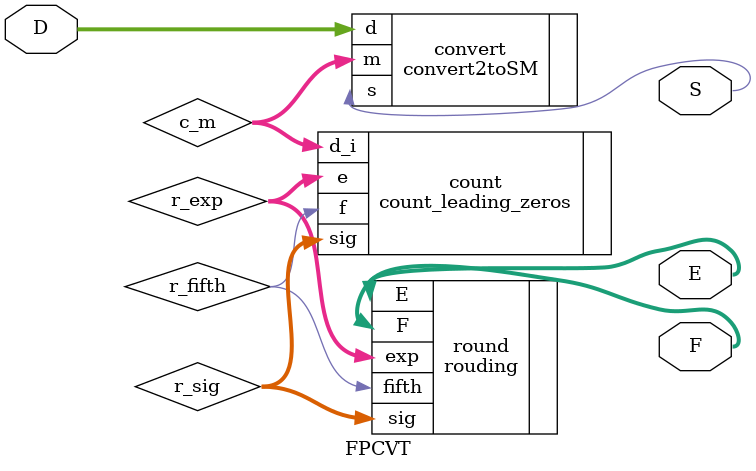
<source format=v>
`timescale 1ns / 1ps
module FPCVT(
	//Input
	D,
	//Output
	S, E, F
    );
	 
	input [11:0] D;
	
	output S;
	output [2:0] E;
	output [3:0] F;
	
	reg S_reg;
	reg [2:0] E_reg;
	reg [3:0] F_reg;
	
	// connect conversion block to counting blcok
	wire [10:0] c_m;
	
	// connect counting block to rouding block
	wire [2:0] r_exp;
	wire [3:0] r_sig;
	wire r_fifth;
	

	convert2toSM convert(.d(D), .s(S), .m(c_m));
	
	count_leading_zeros count(.d_i(c_m), .e(r_exp), .sig(r_sig), .f(r_fifth));

	rouding round(.exp(r_exp), .sig(r_sig), .fifth(r_fifth), .E(E), .F(F));
		
endmodule

</source>
